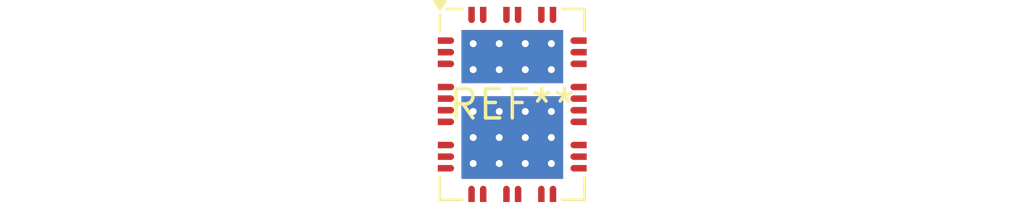
<source format=kicad_pcb>
(kicad_pcb (version 20240108) (generator pcbnew)
  (layers (0 "F.Cu" signal) (31 "B.Cu" signal) (34 "B.Paste" user) (35 "F.Paste" user) (36 "B.SilkS" user "B.Silkscreen") (37 "F.SilkS" user "F.Silkscreen") (38 "B.Mask" user) (39 "F.Mask" user) (44 "Edge.Cuts" user))
  (net 0 "")
  (footprint "Microsemi_QFN-40-32-2EP_6x8mm_P0.5mm" (layer "F.Cu") (at 0 0)
    (property "Reference" "REF**")
    (property "Value" "Microsemi_QFN-40-32-2EP_6x8mm_P0.5mm")
    (fp_line (start -3.11 -3.86) (end -3.11 -3.15) (layer "F.SilkS") (stroke (width 0.12)))
    (fp_line (start -3.11 4.11) (end -3.11 3.15) (layer "F.SilkS") (stroke (width 0.12)))
    (fp_line (start -3.11 4.11) (end -2.15 4.11) (layer "F.SilkS") (stroke (width 0.12)))
    (fp_line (start -2.15 -4.11) (end -2.83 -4.11) (layer "F.SilkS") (stroke (width 0.12)))
    (fp_line (start 3.11 -4.11) (end 2.15 -4.11) (layer "F.SilkS") (stroke (width 0.12)))
    (fp_line (start 3.11 -4.11) (end 3.11 -3.15) (layer "F.SilkS") (stroke (width 0.12)))
    (fp_line (start 3.11 4.11) (end 2.15 4.11) (layer "F.SilkS") (stroke (width 0.12)))
    (fp_line (start 3.11 4.11) (end 3.11 3.15) (layer "F.SilkS") (stroke (width 0.12)))
    (fp_poly (pts (xy -3.11 -4.11) (xy -3.35 -4.44) (xy -2.87 -4.44) (xy -3.11 -4.11)) (layer "F.SilkS") (stroke (width 0.12)) (fill solid))
    (pad "1" smd rect (at -2.92 -2.75) (size 0.56 0.28) (layers "F.Cu" "F.Paste" "F.Mask"))
    (pad "1" smd circle (at -2.64 -2.75) (size 0.28 0.28) (layers "F.Cu" "F.Paste" "F.Mask"))
    (pad "2" smd rect (at -2.92 -2.25) (size 0.56 0.28) (layers "F.Cu" "F.Paste" "F.Mask"))
    (pad "2" smd circle (at -2.64 -2.25) (size 0.28 0.28) (layers "F.Cu" "F.Paste" "F.Mask"))
    (pad "3" smd rect (at -2.92 -1.75) (size 0.56 0.28) (layers "F.Cu" "F.Paste" "F.Mask"))
    (pad "3" smd circle (at -2.64 -1.75) (size 0.28 0.28) (layers "F.Cu" "F.Paste" "F.Mask"))
    (pad "4" smd rect (at -2.92 -0.75) (size 0.56 0.28) (layers "F.Cu" "F.Paste" "F.Mask"))
    (pad "4" smd circle (at -2.64 -0.75) (size 0.28 0.28) (layers "F.Cu" "F.Paste" "F.Mask"))
    (pad "5" smd rect (at -2.92 -0.25) (size 0.56 0.28) (layers "F.Cu" "F.Paste" "F.Mask"))
    (pad "5" smd circle (at -2.64 -0.25) (size 0.28 0.28) (layers "F.Cu" "F.Paste" "F.Mask"))
    (pad "6" smd rect (at -2.92 0.25) (size 0.56 0.28) (layers "F.Cu" "F.Paste" "F.Mask"))
    (pad "6" smd circle (at -2.64 0.25) (size 0.28 0.28) (layers "F.Cu" "F.Paste" "F.Mask"))
    (pad "7" smd rect (at -2.92 0.75) (size 0.56 0.28) (layers "F.Cu" "F.Paste" "F.Mask"))
    (pad "7" smd circle (at -2.64 0.75) (size 0.28 0.28) (layers "F.Cu" "F.Paste" "F.Mask"))
    (pad "8" smd rect (at -2.92 1.75) (size 0.56 0.28) (layers "F.Cu" "F.Paste" "F.Mask"))
    (pad "8" smd circle (at -2.64 1.75) (size 0.28 0.28) (layers "F.Cu" "F.Paste" "F.Mask"))
    (pad "9" smd rect (at -2.92 2.25) (size 0.56 0.28) (layers "F.Cu" "F.Paste" "F.Mask"))
    (pad "9" smd circle (at -2.64 2.25) (size 0.28 0.28) (layers "F.Cu" "F.Paste" "F.Mask"))
    (pad "10" smd rect (at -2.92 2.75) (size 0.56 0.28) (layers "F.Cu" "F.Paste" "F.Mask"))
    (pad "10" smd circle (at -2.64 2.75) (size 0.28 0.28) (layers "F.Cu" "F.Paste" "F.Mask"))
    (pad "11" smd circle (at -1.75 3.645) (size 0.28 0.28) (layers "F.Cu" "F.Paste" "F.Mask"))
    (pad "11" smd rect (at -1.75 3.925) (size 0.28 0.56) (layers "F.Cu" "F.Paste" "F.Mask"))
    (pad "12" smd circle (at -1.25 3.645) (size 0.28 0.28) (layers "F.Cu" "F.Paste" "F.Mask"))
    (pad "12" smd rect (at -1.25 3.925) (size 0.28 0.56) (layers "F.Cu" "F.Paste" "F.Mask"))
    (pad "13" smd circle (at -0.25 3.645) (size 0.28 0.28) (layers "F.Cu" "F.Paste" "F.Mask"))
    (pad "13" smd rect (at -0.25 3.925) (size 0.28 0.56) (layers "F.Cu" "F.Paste" "F.Mask"))
    (pad "14" smd circle (at 0.25 3.645) (size 0.28 0.28) (layers "F.Cu" "F.Paste" "F.Mask"))
    (pad "14" smd rect (at 0.25 3.925) (size 0.28 0.56) (layers "F.Cu" "F.Paste" "F.Mask"))
    (pad "15" smd circle (at 1.25 3.645) (size 0.28 0.28) (layers "F.Cu" "F.Paste" "F.Mask"))
    (pad "15" smd rect (at 1.25 3.925) (size 0.28 0.56) (layers "F.Cu" "F.Paste" "F.Mask"))
    (pad "16" smd circle (at 1.75 3.645) (size 0.28 0.28) (layers "F.Cu" "F.Paste" "F.Mask"))
    (pad "16" smd rect (at 1.75 3.925) (size 0.28 0.56) (layers "F.Cu" "F.Paste" "F.Mask"))
    (pad "17" smd circle (at 2.64 2.75) (size 0.28 0.28) (layers "F.Cu" "F.Paste" "F.Mask"))
    (pad "17" smd rect (at 2.92 2.75) (size 0.56 0.28) (layers "F.Cu" "F.Paste" "F.Mask"))
    (pad "18" smd circle (at 2.64 2.25) (size 0.28 0.28) (layers "F.Cu" "F.Paste" "F.Mask"))
    (pad "18" smd rect (at 2.92 2.25) (size 0.56 0.28) (layers "F.Cu" "F.Paste" "F.Mask"))
    (pad "19" smd circle (at 2.64 1.75) (size 0.28 0.28) (layers "F.Cu" "F.Paste" "F.Mask"))
    (pad "19" smd rect (at 2.92 1.75) (size 0.56 0.28) (layers "F.Cu" "F.Paste" "F.Mask"))
    (pad "20" smd circle (at 2.64 0.75) (size 0.28 0.28) (layers "F.Cu" "F.Paste" "F.Mask"))
    (pad "20" smd rect (at 2.92 0.75) (size 0.56 0.28) (layers "F.Cu" "F.Paste" "F.Mask"))
    (pad "21" smd circle (at 2.64 0.25) (size 0.28 0.28) (layers "F.Cu" "F.Paste" "F.Mask"))
    (pad "21" smd rect (at 2.92 0.25) (size 0.56 0.28) (layers "F.Cu" "F.Paste" "F.Mask"))
    (pad "22" smd circle (at 2.64 -0.25) (size 0.28 0.28) (layers "F.Cu" "F.Paste" "F.Mask"))
    (pad "22" smd rect (at 2.92 -0.25) (size 0.56 0.28) (layers "F.Cu" "F.Paste" "F.Mask"))
    (pad "23" smd circle (at 2.64 -0.75) (size 0.28 0.28) (layers "F.Cu" "F.Paste" "F.Mask"))
    (pad "23" smd rect (at 2.92 -0.75) (size 0.56 0.28) (layers "F.Cu" "F.Paste" "F.Mask"))
    (pad "24" smd circle (at 2.64 -1.75) (size 0.28 0.28) (layers "F.Cu" "F.Paste" "F.Mask"))
    (pad "24" smd rect (at 2.92 -1.75) (size 0.56 0.28) (layers "F.Cu" "F.Paste" "F.Mask"))
    (pad "25" smd circle (at 2.64 -2.25) (size 0.28 0.28) (layers "F.Cu" "F.Paste" "F.Mask"))
    (pad "25" smd rect (at 2.92 -2.25) (size 0.56 0.28) (layers "F.Cu" "F.Paste" "F.Mask"))
    (pad "26" smd circle (at 2.64 -2.75) (size 0.28 0.28) (layers "F.Cu" "F.Paste" "F.Mask"))
    (pad "26" smd rect (at 2.92 -2.75) (size 0.56 0.28) (layers "F.Cu" "F.Paste" "F.Mask"))
    (pad "27" smd rect (at 1.75 -3.925) (size 0.28 0.56) (layers "F.Cu" "F.Paste" "F.Mask"))
    (pad "27" smd circle (at 1.75 -3.645) (size 0.28 0.28) (layers "F.Cu" "F.Paste" "F.Mask"))
    (pad "28" smd rect (at 1.25 -3.925) (size 0.28 0.56) (layers "F.Cu" "F.Paste" "F.Mask"))
    (pad "28" smd circle (at 1.25 -3.645) (size 0.28 0.28) (layers "F.Cu" "F.Paste" "F.Mask"))
    (pad "29" smd rect (at 0.25 -3.925) (size 0.28 0.56) (layers "F.Cu" "F.Paste" "F.Mask"))
    (pad "29" smd circle (at 0.25 -3.645) (size 0.28 0.28) (layers "F.Cu" "F.Paste" "F.Mask"))
    (pad "30" smd rect (at -0.25 -3.925) (size 0.28 0.56) (layers "F.Cu" "F.Paste" "F.Mask"))
    (pad "30" smd circle (at -0.25 -3.645) (size 0.28 0.28) (layers "F.Cu" "F.Paste" "F.Mask"))
    (pad "31" smd rect (at -1.25 -3.925) (size 0.28 0.56) (layers "F.Cu" "F.Paste" "F.Mask"))
    (pad "31" smd circle (at -1.25 -3.645) (size 0.28 0.28) (layers "F.Cu" "F.Paste" "F.Mask"))
    (pad "32" smd rect (at -1.75 -3.925) (size 0.28 0.56) (layers "F.Cu" "F.Paste" "F.Mask"))
    (pad "32" smd circle (at -1.75 -3.645) (size 0.28 0.28) (layers "F.Cu" "F.Paste" "F.Mask"))
    (pad "33" thru_hole circle (at -1.68 -2.62) (size 0.6 0.6) (drill 0.3) (layers *.Cu *.Mask) (remove_unused_layers))
    (pad "33" thru_hole circle (at -1.68 -1.5) (size 0.6 0.6) (drill 0.3) (layers *.Cu *.Mask) (remove_unused_layers))
    (pad "33" thru_hole circle (at -0.56 -2.62) (size 0.6 0.6) (drill 0.3) (layers *.Cu *.Mask) (remove_unused_layers))
    (pad "33" thru_hole circle (at -0.56 -1.5) (size 0.6 0.6) (drill 0.3) (layers *.Cu *.Mask) (remove_unused_layers))
    (pad "33" smd rect (at 0 -2.06) (size 4.37 2.29) (layers "F.Cu" "F.Mask"))
    (pad "33" smd rect (at 0 -2.06) (size 4.37 2.29) (layers "B.Cu" "B.Mask"))
    (pad "33" thru_hole circle (at 0.56 -2.62) (size 0.6 0.6) (drill 0.3) (layers *.Cu *.Mask) (remove_unused_layers))
    (pad "33" thru_hole circle (at 0.56 -1.5) (size 0.6 0.6) (drill 0.3) (layers *.Cu *.Mask) (remove_unused_layers))
    (pad "33" thru_hole circle (at 1.68 -2.62) (size 0.6 0.6) (drill 0.3) (layers *.Cu *.Mask) (remove_unused_layers))
    (pad "33" thru_hole circle (at 1.68 -1.5) (size 0.6 0.6) (drill 0.3) (layers *.Cu *.Mask) (remove_unused_layers))
    (pad "34" thru_hole circle (at -1.68 0.305) (size 0.6 0.6) (drill 0.3) (layers *.Cu *.Mask) (remove_unused_layers))
    (pad "34" thru_hole circle (at -1.68 1.425) (size 0.6 0.6) (drill 0.3) (layers *.Cu *.Mask) (remove_unused_layers))
    (pad "34" thru_hole circle (at -1.68 2.545) (size 0.6 0.6) (drill 0.3) (layers *.Cu *.Mask) (remove_unused_layers))
    (pad "34" thru_hole circle (at -0.56 0.305) (size 0.6 0.6) (drill 0.3) (layers *.Cu *.Mask) (remove_unused_layers))
    (pad "34" thru_hole circle (at -0.56 1.425) (size 0.6 0.6) (drill 0.3) (layers *.Cu *.Mask) (remove_unused_layers))
    (pad "34" thru_hole circle (at -0.56 2.545) (size 0.6 0.6) (drill 0.3) (layers *.Cu *.Mask) (remove_unused_layers))
    (pad "34" smd rect (at 0 1.425) (size 4.37 3.56) (layers "F.Cu" "F.Mask"))
    (pad "34" smd rect (at 0 1.425) (size 4.37 3.56) (layers "B.Cu" "B.Mask"))
    (pad "34" thru_hole circle (at 0.56 0.305) (size 0.6 0.6) (drill 0.3) (layers *.Cu *.Mask) (remove_unused_layers))
    (pad "34" thru_hole circle (at 0.56 1.425) (size 0.6 0.6) (drill 0.3) (layers *.Cu *.Mask) (remove_unused_layers))
    (pad "34" thru_hole circle (at 0.56 2.545) (size 0.6 0.6) (drill 0.3) (layers *.Cu *.Mask) (remove_unused_layers))
    (pad "34" thru_hole circle (at 1.68 0.305) (size 0.6 0.6) (drill 0.3) (layers *.Cu *.Mask) (remove_unused_layers))
    (pad "34" thru_hole circle (at 1.68 1.425) (size 0.6 0.6) (drill 0.3) (layers *.Cu *.Mask) (remove_unused_layers))
    (pad "34" thru_hole circle (at 1.68 2.545) (size 0.6 0.6) (drill 0.3) (layers *.Cu *.Mask) (remove_unused_layers))
  )
)
</source>
